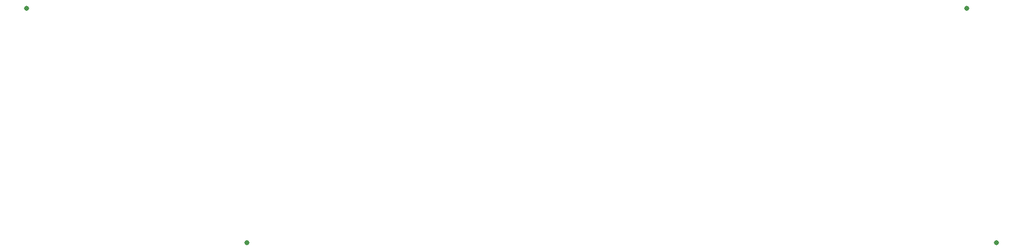
<source format=gtl>
%TF.GenerationSoftware,KiCad,Pcbnew,(6.0.0-0)*%
%TF.CreationDate,2022-04-10T14:44:23+02:00*%
%TF.ProjectId,litl_plate,6c69746c-5f70-46c6-9174-652e6b696361,rev?*%
%TF.SameCoordinates,Original*%
%TF.FileFunction,Copper,L1,Top*%
%TF.FilePolarity,Positive*%
%FSLAX46Y46*%
G04 Gerber Fmt 4.6, Leading zero omitted, Abs format (unit mm)*
G04 Created by KiCad (PCBNEW (6.0.0-0)) date 2022-04-10 14:44:23*
%MOMM*%
%LPD*%
G01*
G04 APERTURE LIST*
%TA.AperFunction,ViaPad*%
%ADD10C,0.800000*%
%TD*%
G04 APERTURE END LIST*
D10*
X74012500Y-85950000D03*
X226812500Y-85950000D03*
X109825000Y-124150000D03*
X231587500Y-124150000D03*
M02*

</source>
